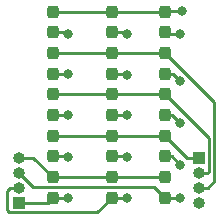
<source format=gbr>
%TF.GenerationSoftware,KiCad,Pcbnew,(6.0.0)*%
%TF.CreationDate,2022-01-30T23:15:08+01:00*%
%TF.ProjectId,TinyPlay_matrix,54696e79-506c-4617-995f-6d6174726978,rev?*%
%TF.SameCoordinates,Original*%
%TF.FileFunction,Copper,L1,Top*%
%TF.FilePolarity,Positive*%
%FSLAX46Y46*%
G04 Gerber Fmt 4.6, Leading zero omitted, Abs format (unit mm)*
G04 Created by KiCad (PCBNEW (6.0.0)) date 2022-01-30 23:15:08*
%MOMM*%
%LPD*%
G01*
G04 APERTURE LIST*
G04 Aperture macros list*
%AMRoundRect*
0 Rectangle with rounded corners*
0 $1 Rounding radius*
0 $2 $3 $4 $5 $6 $7 $8 $9 X,Y pos of 4 corners*
0 Add a 4 corners polygon primitive as box body*
4,1,4,$2,$3,$4,$5,$6,$7,$8,$9,$2,$3,0*
0 Add four circle primitives for the rounded corners*
1,1,$1+$1,$2,$3*
1,1,$1+$1,$4,$5*
1,1,$1+$1,$6,$7*
1,1,$1+$1,$8,$9*
0 Add four rect primitives between the rounded corners*
20,1,$1+$1,$2,$3,$4,$5,0*
20,1,$1+$1,$4,$5,$6,$7,0*
20,1,$1+$1,$6,$7,$8,$9,0*
20,1,$1+$1,$8,$9,$2,$3,0*%
G04 Aperture macros list end*
%TA.AperFunction,SMDPad,CuDef*%
%ADD10RoundRect,0.237500X0.237500X-0.287500X0.237500X0.287500X-0.237500X0.287500X-0.237500X-0.287500X0*%
%TD*%
%TA.AperFunction,ComponentPad*%
%ADD11R,1.000000X1.000000*%
%TD*%
%TA.AperFunction,ComponentPad*%
%ADD12O,1.000000X1.000000*%
%TD*%
%TA.AperFunction,ViaPad*%
%ADD13C,0.800000*%
%TD*%
%TA.AperFunction,Conductor*%
%ADD14C,0.250000*%
%TD*%
G04 APERTURE END LIST*
D10*
%TO.P,D6,1,K*%
%TO.N,Net-(D12-Pad1)*%
X114000000Y-51375000D03*
%TO.P,D6,2,A*%
%TO.N,Net-(D4-Pad2)*%
X114000000Y-49625000D03*
%TD*%
%TO.P,D14,1,K*%
%TO.N,Net-(D11-Pad1)*%
X109500000Y-61875000D03*
%TO.P,D14,2,A*%
%TO.N,Net-(D13-Pad2)*%
X109500000Y-60125000D03*
%TD*%
%TO.P,D13,1,K*%
%TO.N,Net-(D1-Pad1)*%
X104500000Y-61875000D03*
%TO.P,D13,2,A*%
%TO.N,Net-(D13-Pad2)*%
X104500000Y-60125000D03*
%TD*%
D11*
%TO.P,J2,1,Pin_1*%
%TO.N,Net-(D10-Pad2)*%
X116900000Y-58500000D03*
D12*
%TO.P,J2,2,Pin_2*%
%TO.N,Net-(D7-Pad2)*%
X116900000Y-59770000D03*
%TO.P,J2,3,Pin_3*%
%TO.N,Net-(D4-Pad2)*%
X116900000Y-61040000D03*
%TO.P,J2,4,Pin_4*%
%TO.N,Net-(D1-Pad2)*%
X116900000Y-62310000D03*
%TD*%
D10*
%TO.P,D3,1,K*%
%TO.N,Net-(D12-Pad1)*%
X114000000Y-47875000D03*
%TO.P,D3,2,A*%
%TO.N,Net-(D1-Pad2)*%
X114000000Y-46125000D03*
%TD*%
%TO.P,D9,1,K*%
%TO.N,Net-(D12-Pad1)*%
X114000000Y-54875000D03*
%TO.P,D9,2,A*%
%TO.N,Net-(D7-Pad2)*%
X114000000Y-53125000D03*
%TD*%
%TO.P,D2,1,K*%
%TO.N,Net-(D11-Pad1)*%
X109500000Y-47875000D03*
%TO.P,D2,2,A*%
%TO.N,Net-(D1-Pad2)*%
X109500000Y-46125000D03*
%TD*%
%TO.P,D12,1,K*%
%TO.N,Net-(D12-Pad1)*%
X114000000Y-58375000D03*
%TO.P,D12,2,A*%
%TO.N,Net-(D10-Pad2)*%
X114000000Y-56625000D03*
%TD*%
%TO.P,D15,1,K*%
%TO.N,Net-(D12-Pad1)*%
X114000000Y-61875000D03*
%TO.P,D15,2,A*%
%TO.N,Net-(D13-Pad2)*%
X114000000Y-60125000D03*
%TD*%
%TO.P,D10,1,K*%
%TO.N,Net-(D1-Pad1)*%
X104500000Y-58375000D03*
%TO.P,D10,2,A*%
%TO.N,Net-(D10-Pad2)*%
X104500000Y-56625000D03*
%TD*%
%TO.P,D5,1,K*%
%TO.N,Net-(D11-Pad1)*%
X109500000Y-51375000D03*
%TO.P,D5,2,A*%
%TO.N,Net-(D4-Pad2)*%
X109500000Y-49625000D03*
%TD*%
%TO.P,D1,1,K*%
%TO.N,Net-(D1-Pad1)*%
X104500000Y-47875000D03*
%TO.P,D1,2,A*%
%TO.N,Net-(D1-Pad2)*%
X104500000Y-46125000D03*
%TD*%
D11*
%TO.P,J1,1,Pin_1*%
%TO.N,Net-(D1-Pad1)*%
X101600000Y-62300000D03*
D12*
%TO.P,J1,2,Pin_2*%
%TO.N,Net-(D11-Pad1)*%
X101600000Y-61030000D03*
%TO.P,J1,3,Pin_3*%
%TO.N,Net-(D12-Pad1)*%
X101600000Y-59760000D03*
%TO.P,J1,4,Pin_4*%
%TO.N,Net-(D13-Pad2)*%
X101600000Y-58490000D03*
%TD*%
D10*
%TO.P,D7,1,K*%
%TO.N,Net-(D1-Pad1)*%
X104500000Y-54875000D03*
%TO.P,D7,2,A*%
%TO.N,Net-(D7-Pad2)*%
X104500000Y-53125000D03*
%TD*%
%TO.P,D11,1,K*%
%TO.N,Net-(D11-Pad1)*%
X109500000Y-58375000D03*
%TO.P,D11,2,A*%
%TO.N,Net-(D10-Pad2)*%
X109500000Y-56625000D03*
%TD*%
%TO.P,D4,1,K*%
%TO.N,Net-(D1-Pad1)*%
X104500000Y-51375000D03*
%TO.P,D4,2,A*%
%TO.N,Net-(D4-Pad2)*%
X104500000Y-49625000D03*
%TD*%
%TO.P,D8,1,K*%
%TO.N,Net-(D11-Pad1)*%
X109500000Y-54875000D03*
%TO.P,D8,2,A*%
%TO.N,Net-(D7-Pad2)*%
X109500000Y-53125000D03*
%TD*%
D13*
%TO.N,Net-(D1-Pad1)*%
X105800000Y-51400000D03*
X105800000Y-48000000D03*
X105800000Y-58400000D03*
X105800000Y-61900000D03*
X105800000Y-54900000D03*
%TO.N,Net-(D1-Pad2)*%
X115400000Y-46100000D03*
%TO.N,Net-(D11-Pad1)*%
X110800000Y-51500000D03*
X110800000Y-61900000D03*
X110800000Y-54900000D03*
X110800000Y-58400000D03*
X110800000Y-48000000D03*
%TO.N,Net-(D12-Pad1)*%
X115300000Y-52000000D03*
X115300000Y-59100000D03*
X115300000Y-48000000D03*
X115300000Y-55600000D03*
X115300000Y-61900000D03*
%TD*%
D14*
%TO.N,Net-(D1-Pad1)*%
X105675000Y-47875000D02*
X105800000Y-48000000D01*
X104500000Y-61875000D02*
X105775000Y-61875000D01*
X104500000Y-58375000D02*
X105775000Y-58375000D01*
X104500000Y-54875000D02*
X105775000Y-54875000D01*
X104500000Y-47875000D02*
X105675000Y-47875000D01*
X104500000Y-51375000D02*
X105775000Y-51375000D01*
X105775000Y-54875000D02*
X105800000Y-54900000D01*
X105775000Y-51375000D02*
X105800000Y-51400000D01*
X105775000Y-61875000D02*
X105800000Y-61900000D01*
X101600000Y-62300000D02*
X104075000Y-62300000D01*
X104075000Y-62300000D02*
X104500000Y-61875000D01*
X105775000Y-58375000D02*
X105800000Y-58400000D01*
%TO.N,Net-(D1-Pad2)*%
X114000000Y-46125000D02*
X109500000Y-46125000D01*
X115400000Y-46100000D02*
X114025000Y-46100000D01*
X114025000Y-46100000D02*
X114000000Y-46125000D01*
X109500000Y-46125000D02*
X104500000Y-46125000D01*
%TO.N,Net-(D11-Pad1)*%
X101600000Y-61030000D02*
X100892894Y-61030000D01*
X110775000Y-61875000D02*
X110800000Y-61900000D01*
X110675000Y-51375000D02*
X110800000Y-51500000D01*
X100892894Y-61030000D02*
X100600000Y-61322894D01*
X100600000Y-62949022D02*
X100775489Y-63124511D01*
X100775489Y-63124511D02*
X108250489Y-63124511D01*
X109500000Y-61875000D02*
X110775000Y-61875000D01*
X100600000Y-61322894D02*
X100600000Y-62949022D01*
X109500000Y-47875000D02*
X110675000Y-47875000D01*
X109500000Y-58375000D02*
X110775000Y-58375000D01*
X109500000Y-54875000D02*
X110775000Y-54875000D01*
X110775000Y-58375000D02*
X110800000Y-58400000D01*
X110775000Y-54875000D02*
X110800000Y-54900000D01*
X110675000Y-47875000D02*
X110800000Y-48000000D01*
X109500000Y-51375000D02*
X110675000Y-51375000D01*
X108250489Y-63124511D02*
X109500000Y-61875000D01*
%TO.N,Net-(D12-Pad1)*%
X114000000Y-58375000D02*
X114575000Y-58375000D01*
X102814520Y-60974520D02*
X113099520Y-60974520D01*
X114000000Y-54875000D02*
X114575000Y-54875000D01*
X114000000Y-51375000D02*
X114675000Y-51375000D01*
X101600000Y-59760000D02*
X102814520Y-60974520D01*
X114575000Y-54875000D02*
X115300000Y-55600000D01*
X114125000Y-48000000D02*
X114000000Y-47875000D01*
X114675000Y-51375000D02*
X115300000Y-52000000D01*
X114575000Y-58375000D02*
X115300000Y-59100000D01*
X115300000Y-48000000D02*
X114125000Y-48000000D01*
X115275000Y-61875000D02*
X115300000Y-61900000D01*
X114000000Y-61875000D02*
X115275000Y-61875000D01*
X113099520Y-60974520D02*
X114000000Y-61875000D01*
%TO.N,Net-(D4-Pad2)*%
X114000000Y-49625000D02*
X109500000Y-49625000D01*
X118174031Y-53799031D02*
X114000000Y-49625000D01*
X118174031Y-60473075D02*
X118174031Y-53799031D01*
X117607106Y-61040000D02*
X118174031Y-60473075D01*
X116900000Y-61040000D02*
X117607106Y-61040000D01*
X109500000Y-49625000D02*
X104500000Y-49625000D01*
%TO.N,Net-(D7-Pad2)*%
X117724511Y-56849511D02*
X114000000Y-53125000D01*
X117607106Y-59770000D02*
X117724511Y-59652595D01*
X114000000Y-53125000D02*
X109500000Y-53125000D01*
X116900000Y-59770000D02*
X117607106Y-59770000D01*
X117724511Y-59652595D02*
X117724511Y-56849511D01*
X109500000Y-53125000D02*
X104500000Y-53125000D01*
%TO.N,Net-(D10-Pad2)*%
X109500000Y-56625000D02*
X104500000Y-56625000D01*
X114000000Y-56625000D02*
X109500000Y-56625000D01*
X115875000Y-58500000D02*
X114000000Y-56625000D01*
X116900000Y-58500000D02*
X115875000Y-58500000D01*
%TO.N,Net-(D13-Pad2)*%
X102865000Y-58490000D02*
X101600000Y-58490000D01*
X104500000Y-60125000D02*
X102865000Y-58490000D01*
X114000000Y-60125000D02*
X109500000Y-60125000D01*
X109500000Y-60125000D02*
X104500000Y-60125000D01*
%TD*%
M02*

</source>
